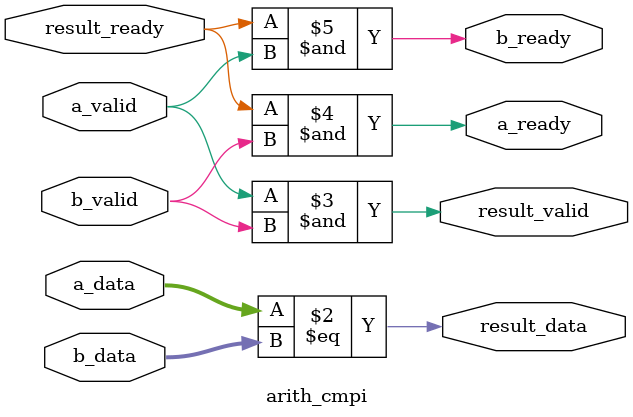
<source format=sv>
module arith_cmpi #(
    parameter int WIDTH     = 32,
    parameter int PREDICATE = 0
) (
    input  logic             a_valid,
    output logic             a_ready,
    input  logic [WIDTH-1:0] a_data,
    input  logic             b_valid,
    output logic             b_ready,
    input  logic [WIDTH-1:0] b_data,
    output logic             result_valid,
    input  logic             result_ready,
    output logic             result_data
);
  always_comb begin : cmp
    case (PREDICATE)
      0:  result_data = (a_data == b_data);
      1:  result_data = (a_data != b_data);
      2:  result_data = ($signed(a_data) < $signed(b_data));
      3:  result_data = ($signed(a_data) <= $signed(b_data));
      4:  result_data = ($signed(a_data) > $signed(b_data));
      5:  result_data = ($signed(a_data) >= $signed(b_data));
      6:  result_data = (a_data < b_data);
      7:  result_data = (a_data <= b_data);
      8:  result_data = (a_data > b_data);
      9:  result_data = (a_data >= b_data);
      default: result_data = 1'b0;
    endcase
  end
  assign result_valid = a_valid & b_valid;
  assign a_ready      = result_ready & b_valid;
  assign b_ready      = result_ready & a_valid;
endmodule

</source>
